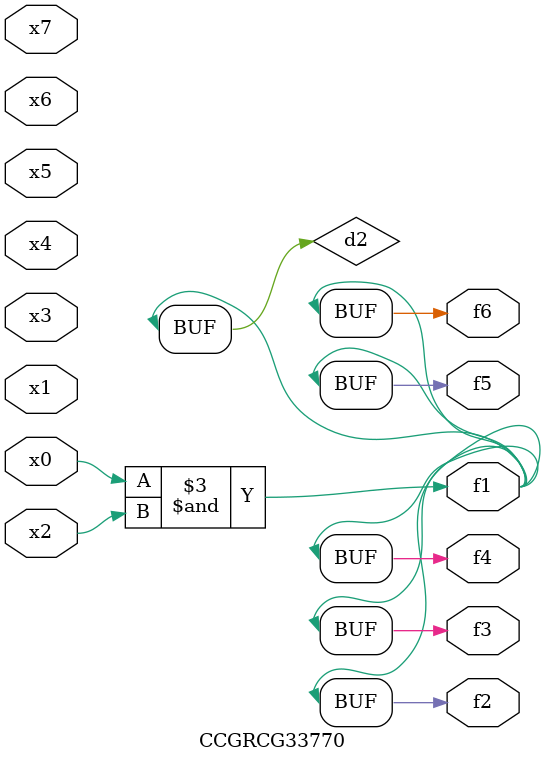
<source format=v>
module CCGRCG33770(
	input x0, x1, x2, x3, x4, x5, x6, x7,
	output f1, f2, f3, f4, f5, f6
);

	wire d1, d2;

	nor (d1, x3, x6);
	and (d2, x0, x2);
	assign f1 = d2;
	assign f2 = d2;
	assign f3 = d2;
	assign f4 = d2;
	assign f5 = d2;
	assign f6 = d2;
endmodule

</source>
